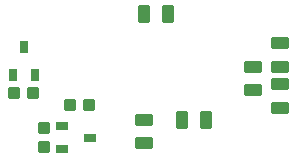
<source format=gbp>
G04*
G04 #@! TF.GenerationSoftware,Altium Limited,Altium Designer,24.4.1 (13)*
G04*
G04 Layer_Color=128*
%FSLAX25Y25*%
%MOIN*%
G70*
G04*
G04 #@! TF.SameCoordinates,4848AC28-F08C-4A73-8BB8-69E0F556E231*
G04*
G04*
G04 #@! TF.FilePolarity,Positive*
G04*
G01*
G75*
G04:AMPARAMS|DCode=25|XSize=57.09mil|YSize=43.31mil|CornerRadius=5.41mil|HoleSize=0mil|Usage=FLASHONLY|Rotation=180.000|XOffset=0mil|YOffset=0mil|HoleType=Round|Shape=RoundedRectangle|*
%AMROUNDEDRECTD25*
21,1,0.05709,0.03248,0,0,180.0*
21,1,0.04626,0.04331,0,0,180.0*
1,1,0.01083,-0.02313,0.01624*
1,1,0.01083,0.02313,0.01624*
1,1,0.01083,0.02313,-0.01624*
1,1,0.01083,-0.02313,-0.01624*
%
%ADD25ROUNDEDRECTD25*%
G04:AMPARAMS|DCode=26|XSize=57.09mil|YSize=43.31mil|CornerRadius=5.41mil|HoleSize=0mil|Usage=FLASHONLY|Rotation=270.000|XOffset=0mil|YOffset=0mil|HoleType=Round|Shape=RoundedRectangle|*
%AMROUNDEDRECTD26*
21,1,0.05709,0.03248,0,0,270.0*
21,1,0.04626,0.04331,0,0,270.0*
1,1,0.01083,-0.01624,-0.02313*
1,1,0.01083,-0.01624,0.02313*
1,1,0.01083,0.01624,0.02313*
1,1,0.01083,0.01624,-0.02313*
%
%ADD26ROUNDEDRECTD26*%
G04:AMPARAMS|DCode=29|XSize=39.37mil|YSize=37.4mil|CornerRadius=4.68mil|HoleSize=0mil|Usage=FLASHONLY|Rotation=90.000|XOffset=0mil|YOffset=0mil|HoleType=Round|Shape=RoundedRectangle|*
%AMROUNDEDRECTD29*
21,1,0.03937,0.02805,0,0,90.0*
21,1,0.03002,0.03740,0,0,90.0*
1,1,0.00935,0.01403,0.01501*
1,1,0.00935,0.01403,-0.01501*
1,1,0.00935,-0.01403,-0.01501*
1,1,0.00935,-0.01403,0.01501*
%
%ADD29ROUNDEDRECTD29*%
G04:AMPARAMS|DCode=32|XSize=39.37mil|YSize=37.4mil|CornerRadius=4.68mil|HoleSize=0mil|Usage=FLASHONLY|Rotation=0.000|XOffset=0mil|YOffset=0mil|HoleType=Round|Shape=RoundedRectangle|*
%AMROUNDEDRECTD32*
21,1,0.03937,0.02805,0,0,0.0*
21,1,0.03002,0.03740,0,0,0.0*
1,1,0.00935,0.01501,-0.01403*
1,1,0.00935,-0.01501,-0.01403*
1,1,0.00935,-0.01501,0.01403*
1,1,0.00935,0.01501,0.01403*
%
%ADD32ROUNDEDRECTD32*%
%ADD111R,0.02756X0.03937*%
%ADD112R,0.03937X0.02756*%
D25*
X273622Y212598D02*
D03*
Y204724D02*
D03*
X282480Y212598D02*
D03*
Y220472D02*
D03*
X237205Y187008D02*
D03*
Y194882D02*
D03*
X282480Y206693D02*
D03*
Y198819D02*
D03*
D26*
X257874Y194882D02*
D03*
X250000D02*
D03*
X237205Y230315D02*
D03*
X245079D02*
D03*
D29*
X193952Y203724D02*
D03*
X200251D02*
D03*
X218701Y199803D02*
D03*
X212402D02*
D03*
D32*
X203740Y192126D02*
D03*
Y185827D02*
D03*
D111*
X197101Y219276D02*
D03*
X193361Y209827D02*
D03*
X200841D02*
D03*
D112*
X219291Y188976D02*
D03*
X209842Y192717D02*
D03*
Y185236D02*
D03*
M02*

</source>
